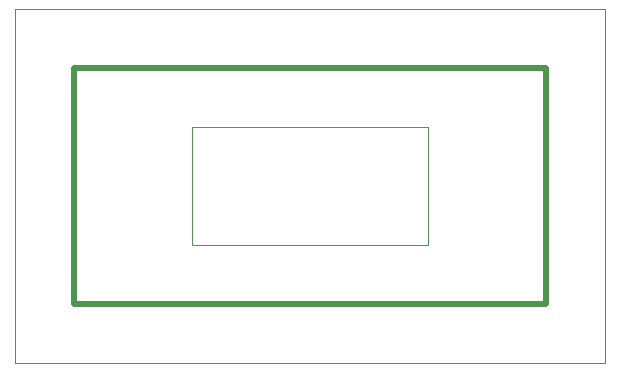
<source format=gbr>
G04 Test: Zero-size apertures*
G04 Tests zero diameter circle aperture (allowed per spec)*
G04 Zero-size apertures create no image but can carry attributes*
G04 Based on Gerber spec section 4.3.2*
%FSLAX26Y26*%
%MOMM*%
%TF.FileFunction,Profile,NP*%
G04 Zero-size circle aperture for board outline*
%TA.AperFunction,Profile*%
%ADD10C,0*%
G04 Regular aperture for comparison*
%TD*%
%ADD11C,0.5*%
G04 Draw board outline with zero-size aperture (no visible trace)*
D10*
G01*
X0Y0D02*
X50000000D01*
Y30000000D01*
X0D01*
Y0D01*
G04 Draw visible reference rectangle inside*
D11*
X5000000Y5000000D02*
X45000000D01*
Y25000000D01*
X5000000D01*
Y5000000D01*
G04 Zero-size aperture for profile cuts*
D10*
G04 Slot cut-out (invisible path)*
X15000000Y10000000D02*
X35000000D01*
Y20000000D01*
X15000000D01*
Y10000000D01*
G04 Flash zero-size aperture at corner points (invisible)*
X0Y0D03*
X50000000Y0D03*
X50000000Y30000000D03*
X0Y30000000D03*
M02*

</source>
